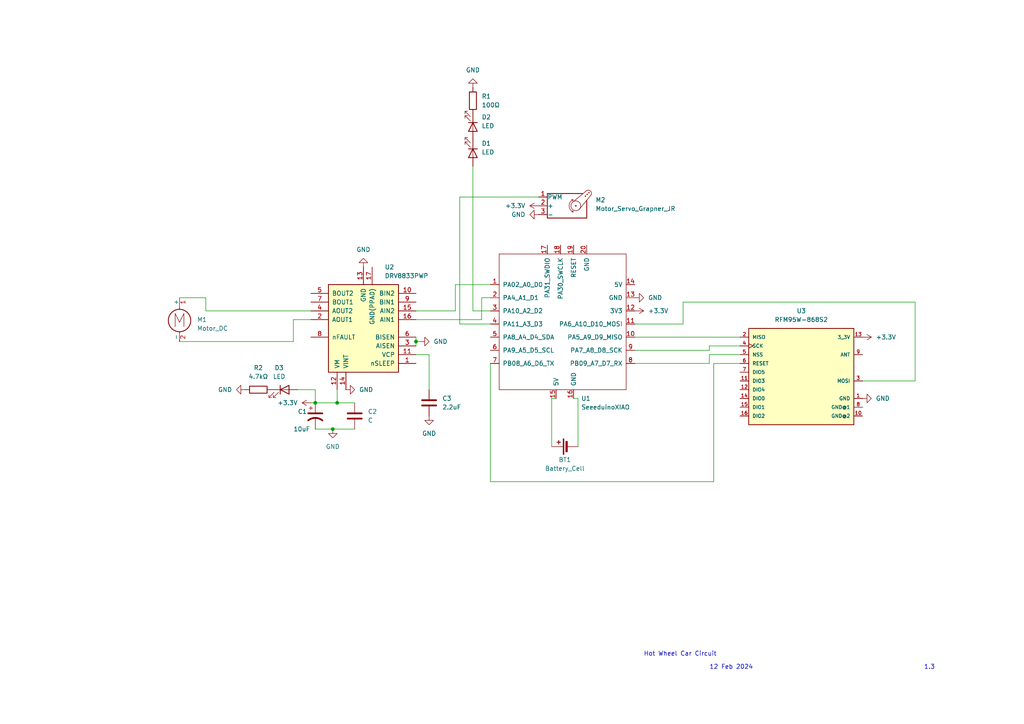
<source format=kicad_sch>
(kicad_sch (version 20230121) (generator eeschema)
  (paper "A4")
  (lib_symbols
    (symbol "Device:Battery_Cell" (pin_numbers hide) (pin_names (offset 0) hide)
      (property "Reference" "BT" (at 2.54 2.54 0))
      (property "Value" "Battery_Cell" (at 2.54 0 0))
      (symbol "Battery_Cell_0_1"
        (rectangle (start -2.286 1.778) (end 2.286 1.524) (fill (type outline)))
        (rectangle (start -1.524 1.016) (end 1.524 0.508) (fill (type outline)))
        (polyline (pts (xy 0 0.762) (xy 0 0)))
        (polyline (pts (xy 0 1.778) (xy 0 2.54)))
        (polyline (pts (xy 0.762 3.048) (xy 1.778 3.048)) (stroke (width 0.254)))
        (polyline (pts (xy 1.27 3.556) (xy 1.27 2.54)) (stroke (width 0.254)))
      )
      (symbol "Battery_Cell_1_1"
        (pin passive line (at 0 5.08 270) (length 2.54) (name "+") (number "1"))
        (pin passive line (at 0 -2.54 90) (length 2.54) (name "-") (number "2"))
      )
    )
    (symbol "Device:C" (pin_numbers hide) (pin_names (offset 0.254))
      (property "Reference" "C" (at 0.635 2.54 0))
      (property "Value" "C" (at 0.635 -2.54 0))
      (symbol "C_0_1"
        (polyline (pts (xy -2.032 -0.762) (xy 2.032 -0.762)) (stroke (width 0.508)))
        (polyline (pts (xy -2.032 0.762) (xy 2.032 0.762)) (stroke (width 0.508)))
      )
      (symbol "C_1_1"
        (pin passive line (at 0 3.81 270) (length 2.794) (name "~") (number "1"))
        (pin passive line (at 0 -3.81 90) (length 2.794) (name "~") (number "2"))
      )
    )
    (symbol "Device:C_Polarized_US" (pin_numbers hide) (pin_names (offset 0.254) hide)
      (property "Reference" "C" (at 0.635 2.54 0))
      (property "Value" "C_Polarized_US" (at 0.635 -2.54 0))
      (symbol "C_Polarized_US_0_1"
        (polyline (pts (xy -2.032 0.762) (xy 2.032 0.762)) (stroke (width 0.508)))
        (polyline (pts (xy -1.778 2.286) (xy -0.762 2.286)))
        (polyline (pts (xy -1.27 1.778) (xy -1.27 2.794)))
        (arc (start 2.032 -1.27) (mid 0 -0.5572) (end -2.032 -1.27) (stroke (width 0.508)))
      )
      (symbol "C_Polarized_US_1_1"
        (pin passive line (at 0 3.81 270) (length 2.794) (name "~") (number "1"))
        (pin passive line (at 0 -3.81 90) (length 3.302) (name "~") (number "2"))
      )
    )
    (symbol "Device:LED" (pin_numbers hide) (pin_names (offset 1.016) hide)
      (property "Reference" "D" (at 0 2.54 0))
      (property "Value" "LED" (at 0 -2.54 0))
      (symbol "LED_0_1"
        (polyline (pts (xy -1.27 -1.27) (xy -1.27 1.27)) (stroke (width 0.254)))
        (polyline (pts (xy -1.27 0) (xy 1.27 0)))
        (polyline (pts (xy 1.27 -1.27) (xy 1.27 1.27) (xy -1.27 0) (xy 1.27 -1.27)) (stroke (width 0.254)))
        (polyline (pts (xy -3.048 -0.762) (xy -4.572 -2.286) (xy -3.81 -2.286) (xy -4.572 -2.286) (xy -4.572 -1.524)))
        (polyline (pts (xy -1.778 -0.762) (xy -3.302 -2.286) (xy -2.54 -2.286) (xy -3.302 -2.286) (xy -3.302 -1.524)))
      )
      (symbol "LED_1_1"
        (pin passive line (at -3.81 0 0) (length 2.54) (name "K") (number "1"))
        (pin passive line (at 3.81 0 180) (length 2.54) (name "A") (number "2"))
      )
    )
    (symbol "Device:R" (pin_numbers hide) (pin_names (offset 0))
      (property "Reference" "R" (at 2.032 0 90))
      (property "Value" "R" (at 0 0 90))
      (symbol "R_0_1"
        (rectangle (start -1.016 -2.54) (end 1.016 2.54) (stroke (width 0.254)))
      )
      (symbol "R_1_1"
        (pin passive line (at 0 3.81 270) (length 1.27) (name "~") (number "1"))
        (pin passive line (at 0 -3.81 90) (length 1.27) (name "~") (number "2"))
      )
    )
    (symbol "Driver_Motor:DRV8833PWP" (pin_names (offset 1.016))
      (property "Reference" "U" (at -3.81 16.51 0))
      (property "Value" "DRV8833PWP" (at -3.81 13.97 0))
      (symbol "DRV8833PWP_0_1"
        (rectangle (start -10.16 12.7) (end 10.16 -12.7) (stroke (width 0.254)) (fill (type background)))
      )
      (symbol "DRV8833PWP_1_1"
        (pin input line (at -15.24 10.16 0) (length 5.08) (name "nSLEEP") (number "1"))
        (pin input line (at -15.24 -10.16 0) (length 5.08) (name "BIN2") (number "10"))
        (pin bidirectional line (at -15.24 7.62 0) (length 5.08) (name "VCP") (number "11"))
        (pin power_in line (at 7.62 17.78 270) (length 5.08) (name "VM") (number "12"))
        (pin power_in line (at 0 -17.78 90) (length 5.08) (name "GND") (number "13"))
        (pin power_in line (at 5.08 17.78 270) (length 5.08) (name "VINT") (number "14"))
        (pin input line (at -15.24 -5.08 0) (length 5.08) (name "AIN2") (number "15"))
        (pin input line (at -15.24 -2.54 0) (length 5.08) (name "AIN1") (number "16"))
        (pin power_in line (at -2.54 -17.78 90) (length 5.08) (name "GND(PPAD)") (number "17"))
        (pin power_out line (at 15.24 -2.54 180) (length 5.08) (name "AOUT1") (number "2"))
        (pin bidirectional line (at -15.24 5.08 0) (length 5.08) (name "AISEN") (number "3"))
        (pin power_out line (at 15.24 -5.08 180) (length 5.08) (name "AOUT2") (number "4"))
        (pin power_out line (at 15.24 -10.16 180) (length 5.08) (name "BOUT2") (number "5"))
        (pin bidirectional line (at -15.24 2.54 0) (length 5.08) (name "BISEN") (number "6"))
        (pin power_out line (at 15.24 -7.62 180) (length 5.08) (name "BOUT1") (number "7"))
        (pin open_collector line (at 15.24 2.54 180) (length 5.08) (name "nFAULT") (number "8"))
        (pin input line (at -15.24 -7.62 0) (length 5.08) (name "BIN1") (number "9"))
      )
    )
    (symbol "Motor:Motor_DC" (pin_names (offset 0))
      (property "Reference" "M" (at 2.54 2.54 0))
      (property "Value" "Motor_DC" (at 2.54 -5.08 0))
      (symbol "Motor_DC_0_0"
        (polyline (pts (xy -1.27 -3.302) (xy -1.27 0.508) (xy 0 -2.032) (xy 1.27 0.508) (xy 1.27 -3.302)))
      )
      (symbol "Motor_DC_0_1"
        (circle (center 0 -1.524) (radius 3.2512) (stroke (width 0.254)))
        (polyline (pts (xy 0 -7.62) (xy 0 -7.112)))
        (polyline (pts (xy 0 -4.7752) (xy 0 -5.1816)))
        (polyline (pts (xy 0 1.7272) (xy 0 2.0828)))
        (polyline (pts (xy 0 2.032) (xy 0 2.54)))
      )
      (symbol "Motor_DC_1_1"
        (pin passive line (at 0 5.08 270) (length 2.54) (name "+") (number "1"))
        (pin passive line (at 0 -7.62 90) (length 2.54) (name "-") (number "2"))
      )
    )
    (symbol "Motor:Motor_Servo_Grapner_JR" (pin_names (offset 0.0254))
      (property "Reference" "M" (at -5.08 4.445 0))
      (property "Value" "Motor_Servo_Grapner_JR" (at -5.08 -4.064 0))
      (symbol "Motor_Servo_Grapner_JR_0_1"
        (polyline (pts (xy 2.413 -1.778) (xy 2.032 -1.778)))
        (polyline (pts (xy 2.413 -1.778) (xy 2.286 -1.397)))
        (polyline (pts (xy 2.413 1.778) (xy 1.905 1.778)))
        (polyline (pts (xy 2.413 1.778) (xy 2.286 1.397)))
        (polyline (pts (xy 6.35 4.445) (xy 2.54 1.27)))
        (polyline (pts (xy 7.62 3.175) (xy 4.191 -1.016)))
        (polyline (pts (xy 5.08 3.556) (xy -5.08 3.556) (xy -5.08 -3.556) (xy 6.35 -3.556) (xy 6.35 1.524)) (stroke (width 0.254)))
        (arc (start 2.413 1.778) (mid 1.2406 0) (end 2.413 -1.778))
        (circle (center 3.175 0) (radius 0.1778))
        (circle (center 3.175 0) (radius 1.4224))
        (circle (center 5.969 2.794) (radius 0.127))
        (circle (center 6.477 3.302) (radius 0.127))
        (circle (center 6.985 3.81) (radius 0.127))
        (arc (start 7.62 3.175) (mid 7.4485 4.2735) (end 6.35 4.445))
      )
      (symbol "Motor_Servo_Grapner_JR_1_1"
        (pin passive line (at -7.62 2.54 0) (length 2.54) (name "PWM") (number "1"))
        (pin passive line (at -7.62 0 0) (length 2.54) (name "+") (number "2"))
        (pin passive line (at -7.62 -2.54 0) (length 2.54) (name "-") (number "3"))
      )
    )
    (symbol "RFM95W-868S2:RFM95W-868S2" (pin_names (offset 1.016))
      (property "Reference" "U" (at -15.2563 13.9849 0))
      (property "Value" "RFM95W-868S2" (at -15.265 -17.8092 0))
      (symbol "RFM95W-868S2_0_0"
        (rectangle (start -15.24 -15.24) (end 15.24 12.7) (stroke (width 0.254)) (fill (type background)))
        (pin power_in line (at 17.78 -7.62 180) (length 2.54) (name "GND") (number "1"))
        (pin power_in line (at 17.78 -12.7 180) (length 2.54) (name "GND@2") (number "10"))
        (pin bidirectional line (at -17.78 -2.54 0) (length 2.54) (name "DIO3") (number "11"))
        (pin bidirectional line (at -17.78 -5.08 0) (length 2.54) (name "DIO4") (number "12"))
        (pin power_in line (at 17.78 10.16 180) (length 2.54) (name "3_3V") (number "13"))
        (pin bidirectional line (at -17.78 -7.62 0) (length 2.54) (name "DIO0") (number "14"))
        (pin bidirectional line (at -17.78 -10.16 0) (length 2.54) (name "DIO1") (number "15"))
        (pin bidirectional line (at -17.78 -12.7 0) (length 2.54) (name "DIO2") (number "16"))
        (pin input line (at -17.78 10.16 0) (length 2.54) (name "MISO") (number "2"))
        (pin output line (at 17.78 -2.54 180) (length 2.54) (name "MOSI") (number "3"))
        (pin input clock (at -17.78 7.62 0) (length 2.54) (name "SCK") (number "4"))
        (pin input line (at -17.78 5.08 0) (length 2.54) (name "NSS") (number "5"))
        (pin bidirectional line (at -17.78 2.54 0) (length 2.54) (name "RESET") (number "6"))
        (pin bidirectional line (at -17.78 0 0) (length 2.54) (name "DIO5") (number "7"))
        (pin power_in line (at 17.78 -10.16 180) (length 2.54) (name "GND@1") (number "8"))
        (pin passive line (at 17.78 5.08 180) (length 2.54) (name "ANT") (number "9"))
      )
    )
    (symbol "Xiao:SeeeduinoXIAO" (pin_names (offset 1.016))
      (property "Reference" "U" (at -19.05 22.86 0))
      (property "Value" "SeeeduinoXIAO" (at -12.7 21.59 0))
      (symbol "SeeeduinoXIAO_0_1"
        (rectangle (start -19.05 20.32) (end 17.78 -19.05))
      )
      (symbol "SeeeduinoXIAO_1_1"
        (pin unspecified line (at -21.59 11.43 0) (length 2.54) (name "PA02_A0_D0") (number "1"))
        (pin unspecified line (at 20.32 -3.81 180) (length 2.54) (name "PA5_A9_D9_MISO") (number "10"))
        (pin unspecified line (at 20.32 0 180) (length 2.54) (name "PA6_A10_D10_MOSI") (number "11"))
        (pin unspecified line (at 20.32 3.81 180) (length 2.54) (name "3V3") (number "12"))
        (pin unspecified line (at 20.32 7.62 180) (length 2.54) (name "GND") (number "13"))
        (pin unspecified line (at 20.32 11.43 180) (length 2.54) (name "5V") (number "14"))
        (pin input line (at -2.54 -21.59 90) (length 2.54) (name "5V") (number "15"))
        (pin input line (at 2.54 -21.59 90) (length 2.54) (name "GND") (number "16"))
        (pin input line (at -5.08 22.86 270) (length 2.54) (name "PA31_SWDIO") (number "17"))
        (pin input line (at -1.27 22.86 270) (length 2.54) (name "PA30_SWCLK") (number "18"))
        (pin input line (at 2.54 22.86 270) (length 2.54) (name "RESET") (number "19"))
        (pin unspecified line (at -21.59 7.62 0) (length 2.54) (name "PA4_A1_D1") (number "2"))
        (pin input line (at 6.35 22.86 270) (length 2.54) (name "GND") (number "20"))
        (pin unspecified line (at -21.59 3.81 0) (length 2.54) (name "PA10_A2_D2") (number "3"))
        (pin unspecified line (at -21.59 0 0) (length 2.54) (name "PA11_A3_D3") (number "4"))
        (pin unspecified line (at -21.59 -3.81 0) (length 2.54) (name "PA8_A4_D4_SDA") (number "5"))
        (pin unspecified line (at -21.59 -7.62 0) (length 2.54) (name "PA9_A5_D5_SCL") (number "6"))
        (pin unspecified line (at -21.59 -11.43 0) (length 2.54) (name "PB08_A6_D6_TX") (number "7"))
        (pin unspecified line (at 20.32 -11.43 180) (length 2.54) (name "PB09_A7_D7_RX") (number "8"))
        (pin unspecified line (at 20.32 -7.62 180) (length 2.54) (name "PA7_A8_D8_SCK") (number "9"))
      )
    )
    (symbol "power:+3.3V" (power) (pin_names (offset 0))
      (property "Value" "+3.3V" (at 0 3.556 0))
      (symbol "+3.3V_0_1"
        (polyline (pts (xy -0.762 1.27) (xy 0 2.54)))
        (polyline (pts (xy 0 0) (xy 0 2.54)))
        (polyline (pts (xy 0 2.54) (xy 0.762 1.27)))
      )
      (symbol "+3.3V_1_1"
        (pin power_in line (at 0 0 90) (length 0) hide (name "+3.3V") (number "1"))
      )
    )
    (symbol "power:GND" (power) (pin_names (offset 0))
      (property "Value" "GND" (at 0 -3.81 0))
      (symbol "GND_0_1"
        (polyline (pts (xy 0 0) (xy 0 -1.27) (xy 1.27 -1.27) (xy 0 -2.54) (xy -1.27 -1.27) (xy 0 -1.27)))
      )
      (symbol "GND_1_1"
        (pin power_in line (at 0 0 270) (length 0) hide (name "GND") (number "1"))
      )
    )
  )
  (junction (at 120.65 99.06))
  (junction (at 97.79 116.84))
  (junction (at 96.52 124.46))
  (junction (at 91.44 116.84))
  (wire (pts (xy 120.65 92.71) (xy 139.7 92.71)))
  (wire (pts (xy 91.44 116.84) (xy 90.17 116.84)))
  (wire (pts (xy 198.12 93.98) (xy 198.12 87.63)))
  (wire (pts (xy 120.65 97.79) (xy 120.65 99.06)))
  (wire (pts (xy 265.43 110.49) (xy 250.19 110.49)))
  (wire (pts (xy 124.46 102.87) (xy 124.46 113.03)))
  (wire (pts (xy 97.79 113.03) (xy 97.79 116.84)))
  (wire (pts (xy 86.36 113.03) (xy 91.44 113.03)))
  (wire (pts (xy 265.43 87.63) (xy 265.43 110.49)))
  (wire (pts (xy 97.79 116.84) (xy 91.44 116.84)))
  (wire (pts (xy 160.02 115.57) (xy 161.29 115.57)))
  (wire (pts (xy 91.44 124.46) (xy 96.52 124.46)))
  (wire (pts (xy 85.09 92.71) (xy 85.09 99.06)))
  (wire (pts (xy 59.69 86.36) (xy 59.69 90.17)))
  (wire (pts (xy 137.16 90.17) (xy 142.24 90.17)))
  (wire (pts (xy 184.15 93.98) (xy 198.12 93.98)))
  (wire (pts (xy 207.01 139.7) (xy 142.24 139.7)))
  (wire (pts (xy 214.63 102.87) (xy 205.74 102.87)))
  (wire (pts (xy 133.35 93.98) (xy 142.24 93.98)))
  (wire (pts (xy 198.12 87.63) (xy 265.43 87.63)))
  (wire (pts (xy 205.74 105.41) (xy 184.15 105.41)))
  (wire (pts (xy 139.7 86.36) (xy 142.24 86.36)))
  (wire (pts (xy 85.09 99.06) (xy 52.07 99.06)))
  (wire (pts (xy 90.17 92.71) (xy 85.09 92.71)))
  (wire (pts (xy 52.07 86.36) (xy 59.69 86.36)))
  (wire (pts (xy 120.65 99.06) (xy 121.92 99.06)))
  (wire (pts (xy 102.87 116.84) (xy 97.79 116.84)))
  (wire (pts (xy 91.44 113.03) (xy 91.44 116.84)))
  (wire (pts (xy 120.65 90.17) (xy 132.08 90.17)))
  (wire (pts (xy 132.08 90.17) (xy 132.08 82.55)))
  (wire (pts (xy 120.65 102.87) (xy 124.46 102.87)))
  (wire (pts (xy 120.65 99.06) (xy 120.65 100.33)))
  (wire (pts (xy 137.16 48.26) (xy 137.16 90.17)))
  (wire (pts (xy 214.63 105.41) (xy 207.01 105.41)))
  (wire (pts (xy 132.08 82.55) (xy 142.24 82.55)))
  (wire (pts (xy 96.52 124.46) (xy 102.87 124.46)))
  (wire (pts (xy 142.24 139.7) (xy 142.24 105.41)))
  (wire (pts (xy 205.74 102.87) (xy 205.74 105.41)))
  (wire (pts (xy 205.74 100.33) (xy 214.63 100.33)))
  (wire (pts (xy 205.74 101.6) (xy 205.74 100.33)))
  (wire (pts (xy 167.64 129.54) (xy 167.64 115.57)))
  (wire (pts (xy 133.35 57.15) (xy 156.21 57.15)))
  (wire (pts (xy 59.69 90.17) (xy 90.17 90.17)))
  (wire (pts (xy 160.02 129.54) (xy 160.02 115.57)))
  (wire (pts (xy 184.15 101.6) (xy 205.74 101.6)))
  (wire (pts (xy 167.64 115.57) (xy 166.37 115.57)))
  (wire (pts (xy 133.35 57.15) (xy 133.35 93.98)))
  (wire (pts (xy 184.15 97.79) (xy 214.63 97.79)))
  (wire (pts (xy 139.7 92.71) (xy 139.7 86.36)))
  (wire (pts (xy 207.01 105.41) (xy 207.01 139.7)))
  (text "Hot Wheel Car Circuit" (at 186.69 190.5 0) (effects (font (size 1.27 1.27)) (justify left bottom)))
  (text "12 Feb 2024" (at 205.74 194.31 0) (effects (font (size 1.27 1.27)) (justify left bottom)))
  (text "1.3" (at 267.97 194.31 0) (effects (font (size 1.27 1.27)) (justify left bottom)))
  (symbol (lib_id "Device:LED") (at 137.16 44.45 270) (unit 1)
    (property "Reference" "D1" (at 139.7 41.5925 90) (effects (justify left)))
    (property "Value" "LED" (at 139.7 44.1325 90) (effects (justify left)))
  )
  (symbol (lib_id "power:GND") (at 250.19 115.57 90) (unit 1)
    (property "Reference" "#PWR02" (effects hide))
    (property "Value" "GND" (at 254 115.57 90) (effects (justify right)))
  )
  (symbol (lib_id "Device:LED") (at 82.55 113.03 0) (unit 1)
    (property "Reference" "D3" (at 80.9625 106.68 0))
    (property "Value" "LED" (at 80.9625 109.22 0))
  )
  (symbol (lib_id "Motor:Motor_Servo_Grapner_JR") (at 163.83 59.69 0) (unit 1)
    (property "Reference" "M2" (at 172.72 57.9866 0) (effects (justify left)))
    (property "Value" "Motor_Servo_Grapner_JR" (at 172.72 60.5266 0) (effects (justify left)))
    (property "Datasheet" "http://forums.parallax.com/uploads/attachments/46831/74481.png" (effects hide))
  )
  (symbol (lib_id "RFM95W-868S2:RFM95W-868S2") (at 232.41 107.95 0) (unit 1)
    (property "Reference" "U3" (at 232.41 90.17 0))
    (property "Value" "RFM95W-868S2" (at 232.41 92.71 0))
    (property "Footprint" "RFM95W-868S2:XCVR_RFM95W-868S2" (effects hide))
    (property "MF" "RF" (effects hide))
    (property "Description" "\nGeneral ISM < 1GHz LoRa™ Transceiver Module 868MHz Antenna Not Included Surface Mount\n" (effects hide))
    (property "Package" "Non Standard RF Solutions" (effects hide))
    (property "Price" "None" (effects hide))
    (property "Check_prices" "https://www.snapeda.com/parts/RFM95W-868S2/RF+Solutions/view-part/?ref=eda" (effects hide))
    (property "SnapEDA_Link" "https://www.snapeda.com/parts/RFM95W-868S2/RF+Solutions/view-part/?ref=snap" (effects hide))
    (property "MP" "RFM95W-868S2" (effects hide))
    (property "Purchase-URL" "https://www.snapeda.com/api/url_track_click_mouser/?unipart_id=329180&manufacturer=RF&part_name=RFM95W-868S2&search_term=None" (effects hide))
    (property "Availability" "In Stock" (effects hide))
    (property "MANUFACTURER" "RF Solution" (effects hide))
  )
  (symbol (lib_id "power:GND") (at 156.21 62.23 270) (unit 1)
    (property "Reference" "#PWR03" (effects hide))
    (property "Value" "GND" (at 152.4 62.23 90) (effects (justify right)))
  )
  (symbol (lib_id "power:+3.3V") (at 250.19 97.79 270) (unit 1)
    (property "Reference" "#PWR011" (effects hide))
    (property "Value" "+3.3V" (at 254 97.79 90) (effects (justify left)))
  )
  (symbol (lib_id "Motor:Motor_DC") (at 52.07 91.44 0) (unit 1)
    (property "Reference" "M1" (at 57.15 92.71 0) (effects (justify left)))
    (property "Value" "Motor_DC" (at 57.15 95.25 0) (effects (justify left)))
  )
  (symbol (lib_id "Device:C") (at 102.87 120.65 0) (unit 1)
    (property "Reference" "C2" (at 106.68 119.38 0) (effects (justify left)))
    (property "Value" "C" (at 106.68 121.92 0) (effects (justify left)))
  )
  (symbol (lib_id "Device:R") (at 137.16 29.21 0) (unit 1)
    (property "Reference" "R1" (at 139.7 27.94 0) (effects (justify left)))
    (property "Value" "100Ω" (at 139.7 30.48 0) (effects (justify left)))
  )
  (symbol (lib_id "Device:C_Polarized_US") (at 91.44 120.65 0) (unit 1)
    (property "Reference" "C1" (at 86.36 119.38 0) (effects (justify left)))
    (property "Value" "10uF" (at 85.09 124.46 0) (effects (justify left)))
  )
  (symbol (lib_id "power:GND") (at 137.16 25.4 180) (unit 1)
    (property "Reference" "#PWR04" (effects hide))
    (property "Value" "GND" (at 137.16 20.32 0))
  )
  (symbol (lib_id "Driver_Motor:DRV8833PWP") (at 105.41 95.25 180) (unit 1)
    (property "Reference" "U2" (at 111.5761 77.47 0) (effects (justify right)))
    (property "Value" "DRV8833PWP" (at 111.5761 80.01 0) (effects (justify right)))
    (property "Footprint" "Package_SO:HTSSOP-16-1EP_4.4x5mm_P0.65mm_EP3.4x5mm_Mask2.46x2.31mm_ThermalVias" (effects hide))
    (property "Datasheet" "http://www.ti.com/lit/ds/symlink/drv8833.pdf" (effects hide))
  )
  (symbol (lib_id "power:+3.3V") (at 156.21 59.69 90) (unit 1)
    (property "Reference" "#PWR012" (effects hide))
    (property "Value" "+3.3V" (at 152.4 59.69 90) (effects (justify left)))
  )
  (symbol (lib_id "power:+3.3V") (at 90.17 116.84 90) (unit 1)
    (property "Reference" "#PWR013" (effects hide))
    (property "Value" "+3.3V" (at 86.36 116.84 90) (effects (justify left)))
  )
  (symbol (lib_id "power:+3.3V") (at 184.15 90.17 270) (unit 1)
    (property "Reference" "#PWR010" (effects hide))
    (property "Value" "+3.3V" (at 187.96 90.17 90) (effects (justify left)))
  )
  (symbol (lib_id "power:GND") (at 121.92 99.06 90) (unit 1)
    (property "Reference" "#PWR014" (effects hide))
    (property "Value" "GND" (at 125.73 99.06 90) (effects (justify right)))
  )
  (symbol (lib_id "Device:R") (at 74.93 113.03 90) (unit 1)
    (property "Reference" "R2" (at 74.93 106.68 90))
    (property "Value" "4.7kΩ" (at 74.93 109.22 90))
  )
  (symbol (lib_id "power:GND") (at 100.33 113.03 90) (unit 1)
    (property "Reference" "#PWR09" (effects hide))
    (property "Value" "GND" (at 104.14 113.03 90) (effects (justify right)))
  )
  (symbol (lib_id "power:GND") (at 124.46 120.65 0) (unit 1)
    (property "Reference" "#PWR07" (effects hide))
    (property "Value" "GND" (at 124.46 125.73 0))
  )
  (symbol (lib_id "power:GND") (at 71.12 113.03 270) (unit 1)
    (property "Reference" "#PWR06" (effects hide))
    (property "Value" "GND" (at 67.31 113.03 90) (effects (justify right)))
  )
  (symbol (lib_id "Device:LED") (at 137.16 36.83 270) (unit 1)
    (property "Reference" "D2" (at 139.7 33.9725 90) (effects (justify left)))
    (property "Value" "LED" (at 139.7 36.5125 90) (effects (justify left)))
  )
  (symbol (lib_id "power:GND") (at 184.15 86.36 90) (unit 1)
    (property "Reference" "#PWR01" (effects hide))
    (property "Value" "GND" (at 187.96 86.36 90) (effects (justify right)))
  )
  (symbol (lib_id "Device:Battery_Cell") (at 165.1 129.54 90) (unit 1)
    (property "Reference" "BT1" (at 163.83 133.35 90))
    (property "Value" "Battery_Cell" (at 163.83 135.89 90))
  )
  (symbol (lib_id "power:GND") (at 96.52 124.46 0) (unit 1)
    (property "Reference" "#PWR05" (effects hide))
    (property "Value" "GND" (at 96.52 129.54 0))
  )
  (symbol (lib_id "Device:C") (at 124.46 116.84 0) (unit 1)
    (property "Reference" "C3" (at 128.27 115.57 0) (effects (justify left)))
    (property "Value" "2.2uF" (at 128.27 118.11 0) (effects (justify left)))
  )
  (symbol (lib_id "Xiao:SeeeduinoXIAO") (at 163.83 93.98 0) (unit 1)
    (property "Reference" "U1" (at 168.5641 115.57 0) (effects (justify left)))
    (property "Value" "SeeeduinoXIAO" (at 168.5641 118.11 0) (effects (justify left)))
    (property "Footprint" "Xiao:Seeeduino XIAO-MOUDLE14P-2.54-21X17.8MM" (effects hide))
  )
  (symbol (lib_id "power:GND") (at 105.41 77.47 180) (unit 1)
    (property "Reference" "#PWR08" (effects hide))
    (property "Value" "GND" (at 105.41 72.39 0))
  )
)
</source>
